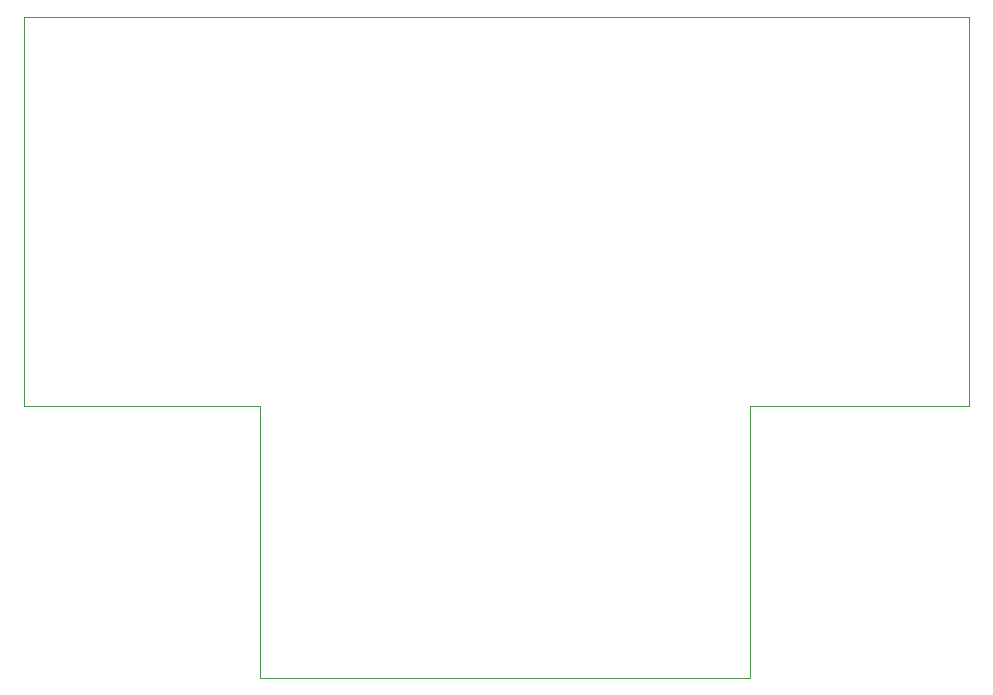
<source format=gbr>
%TF.GenerationSoftware,KiCad,Pcbnew,8.0.1*%
%TF.CreationDate,2024-03-24T19:01:41+02:00*%
%TF.ProjectId,PLLKAS005_EEE3088F,504c4c4b-4153-4303-9035-5f4545453330,V1.0*%
%TF.SameCoordinates,Original*%
%TF.FileFunction,Profile,NP*%
%FSLAX46Y46*%
G04 Gerber Fmt 4.6, Leading zero omitted, Abs format (unit mm)*
G04 Created by KiCad (PCBNEW 8.0.1) date 2024-03-24 19:01:41*
%MOMM*%
%LPD*%
G01*
G04 APERTURE LIST*
%TA.AperFunction,Profile*%
%ADD10C,0.050000*%
%TD*%
G04 APERTURE END LIST*
D10*
X110000000Y-128500000D02*
X110000000Y-98500000D01*
X130000000Y-151500000D02*
X130000000Y-128500000D01*
X110000000Y-98500000D02*
X110000000Y-95500000D01*
X150000000Y-151500000D02*
X170000000Y-151500000D01*
X170000000Y-151500000D02*
X171500000Y-151500000D01*
X171500000Y-151500000D02*
X171500000Y-128500000D01*
X171500000Y-128500000D02*
X190000000Y-128500000D01*
X150000000Y-151500000D02*
X130000000Y-151500000D01*
X190000000Y-95500000D02*
X110000000Y-95500000D01*
X130000000Y-128500000D02*
X110000000Y-128500000D01*
X190000000Y-128500000D02*
X190000000Y-95500000D01*
M02*

</source>
